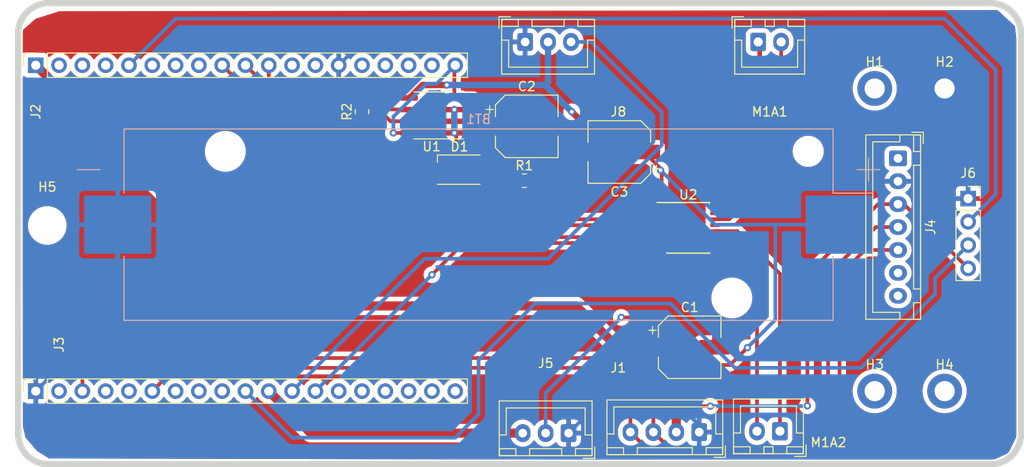
<source format=kicad_pcb>
(kicad_pcb (version 20211123) (generator pcbnew)
  (layers (0 "F.Cu" signal) (31 "B.Cu" signal) (34 "B.Paste" user) (35 "F.Paste" user) (36 "B.SilkS" user "B.Silkscreen") (37 "F.SilkS" user "F.Silkscreen") (38 "B.Mask" user) (39 "F.Mask" user) (44 "Edge.Cuts" user))
  (net 0 "")
  (net 1 "/VDD33")
  (net 2 "/EN")
  (net 3 "/SENSOR_VP")
  (net 4 "/HSPI_SCK")
  (net 5 "/HSPI_MISO")
  (net 6 "/HSPI_MOSI")
  (net 7 "/SD2")
  (net 8 "/SD3")
  (net 9 "/CMD")
  (net 10 "/EXT_5V")
  (net 11 "/IO23")
  (net 12 "/IO22")
  (net 13 "/TXD0")
  (net 14 "/RXD0")
  (net 15 "/IO21")
  (net 16 "/IO19")
  (net 17 "/IO5")
  (net 18 "/IO17")
  (net 19 "/IO0")
  (net 20 "/IO2")
  (net 21 "/SD1")
  (net 22 "/SD0")
  (net 23 "/CLK")
  (net 24 "/V_BAT")
  (net 25 "Net-(M1A1-Pin_1)")
  (net 26 "Net-(M1A1-Pin_2)")
  (net 27 "Earth")
  (net 35 "/VI")
  (net 36 "/COL_INT")
  (net 37 "/LED")
  (net 38 "/HSPI_CS")
  (net 39 "/IO34")
  (net 40 "/IO25")
  (net 44 "/IO26")
  (net 45 "/IO27")
  (net 46 "/IO16")
  (net 47 "/IO4")
  (net 48 "Net-(M1A2-Pin_2)")
  (net 49 "Net-(U1-GND)")
  (net 50 "Net-(D1-K)")
  (net 51 "Net-(U1-PROG)")
  (net 52 "Net-(U1-_CHRG)")
  (net 53 "Net-(M1A2-Pin_1)")
  (net 55 "/IO18")
  (footprint "MountingHole:MountingHole_2.2mm_M2_DIN965_Pad_TopBottom" (layer "F.Cu") (at 190.5 116.84)
    (fp_text reference "H4" (at 0 -2.9) (layer "F.SilkS"))
    (fp_text value "MountingHole")
    (pad "1" thru_hole circle (at 0 0) (size 2.6 2.6) (drill 2.2) (layers *.Cu *.Mask))
    (pad "1" connect circle (at 0 0) (size 3.8 3.8) (layers "B.Cu" "B.Mask"))
    (pad "1" connect circle (at 0 0) (size 3.8 3.8) (layers "F.Cu" "F.Mask"))
  )
  (footprint "Resistor_SMD:R_0805_2012Metric" (layer "F.Cu") (at 127 86.36 90)
    (fp_text reference "R2" (at 0 -1.65 90) (layer "F.SilkS"))
    (fp_text value "1k")
    (pad "1" smd roundrect (at -0.9125 0 90) (size 1.025 1.4) (layers "F.Cu" "F.Paste" "F.Mask") (roundrect_rratio 0.243902) (net 50 "Net-(D1-K)"))
    (pad "2" smd roundrect (at 0.9125 0 90) (size 1.025 1.4) (layers "F.Cu" "F.Paste" "F.Mask") (roundrect_rratio 0.243902) (net 52 "Net-(U1-_CHRG)"))
  )
  (footprint "MountingHole:MountingHole_2.2mm_M2_DIN965_Pad_TopBottom" (layer "F.Cu") (at 190.5 83.82)
    (fp_text reference "H2" (at 0 -2.9) (layer "F.SilkS"))
    (fp_text value "MountingHole")
    (pad "1" thru_hole circle (at 0 0) (size 2.6 2.6) (drill 2.2) (layers *.Cu *.Mask))
    (pad "1" connect circle (at 0 0) (size 3.8 3.8) (layers "B.Cu" "B.Mask"))
    (pad "1" connect circle (at 0 0) (size 3.8 3.8) (layers "F.Cu" "F.Mask"))
  )
  (footprint "Resistor_SMD:R_0805_2012Metric" (layer "F.Cu") (at 144.691493 93.880122)
    (fp_text reference "R1" (at 0 -1.65) (layer "F.SilkS"))
    (fp_text value "R")
    (pad "1" smd roundrect (at -0.9125 0) (size 1.025 1.4) (layers "F.Cu" "F.Paste" "F.Mask") (roundrect_rratio 0.243902) (net 51 "Net-(U1-PROG)"))
    (pad "2" smd roundrect (at 0.9125 0) (size 1.025 1.4) (layers "F.Cu" "F.Paste" "F.Mask") (roundrect_rratio 0.243902) (net 49 "Net-(U1-GND)"))
  )
  (footprint "Capacitor_SMD:CP_Elec_6.3x3" (layer "F.Cu") (at 155.044084 90.749498 180)
    (fp_text reference "C3" (at 0 -4.35) (layer "F.SilkS"))
    (fp_text value "10µF 16V")
    (pad "1" smd roundrect (at -2.7 0 180) (size 3.5 1.6) (layers "F.Cu" "F.Paste" "F.Mask") (roundrect_rratio 0.15625) (net 24 "/V_BAT"))
    (pad "2" smd roundrect (at 2.7 0 180) (size 3.5 1.6) (layers "F.Cu" "F.Paste" "F.Mask") (roundrect_rratio 0.15625) (net 49 "Net-(U1-GND)"))
  )
  (footprint "Package_SO:SOIC-8-1EP_3.9x4.9mm_P1.27mm_EP2.41x3.81mm" (layer "F.Cu") (at 134.587364 86.757539 180)
    (fp_text reference "U1" (at 0 -3.4) (layer "F.SilkS"))
    (fp_text value "TC4056A")
    (pad "1" smd roundrect (at -2.475 -1.905 180) (size 1.95 0.6) (layers "F.Cu" "F.Paste" "F.Mask") (net 49 "Net-(U1-GND)"))
    (pad "2" smd roundrect (at -2.475 -0.635 180) (size 1.95 0.6) (layers "F.Cu" "F.Paste" "F.Mask") (net 51 "Net-(U1-PROG)"))
    (pad "3" smd roundrect (at -2.475 0.635 180) (size 1.95 0.6) (layers "F.Cu" "F.Paste" "F.Mask") (net 49 "Net-(U1-GND)"))
    (pad "4" smd roundrect (at -2.475 1.905 180) (size 1.95 0.6) (layers "F.Cu" "F.Paste" "F.Mask") (net 10 "/EXT_5V"))
    (pad "5" smd roundrect (at 2.475 1.905 180) (size 1.95 0.6) (layers "F.Cu" "F.Paste" "F.Mask") (net 24 "/V_BAT"))
    (pad "6" smd roundrect (at 2.475 0.635 180) (size 1.95 0.6) (layers "F.Cu" "F.Paste" "F.Mask") (net 49 "Net-(U1-GND)"))
    (pad "7" smd roundrect (at 2.475 -0.635 180) (size 1.95 0.6) (layers "F.Cu" "F.Paste" "F.Mask") (net 52 "Net-(U1-_CHRG)"))
    (pad "8" smd roundrect (at 2.475 -1.905 180) (size 1.95 0.6) (layers "F.Cu" "F.Paste" "F.Mask") (net 10 "/EXT_5V"))
    (pad "9" smd rect (at 0 0 180) (size 2.41 3.81) (layers "F.Cu" "F.Mask"))
  )
  (footprint "Package_SO:SSOP-16_4.4x5.2mm_P0.65mm" (layer "F.Cu") (at 162.56 99.06)
    (fp_text reference "U2" (at 0 -3.65) (layer "F.SilkS"))
    (fp_text value "LB1973JA")
    (pad "1" smd rect (at -2.9 -2.275) (size 1 0.4) (layers "F.Cu" "F.Paste" "F.Mask") (net 24 "/V_BAT"))
    (pad "2" smd rect (at -2.9 -1.625) (size 1 0.4) (layers "F.Cu" "F.Paste" "F.Mask"))
    (pad "3" smd rect (at -2.9 -0.975) (size 1 0.4) (layers "F.Cu" "F.Paste" "F.Mask") (net 45 "/IO27"))
    (pad "4" smd rect (at -2.9 -0.325) (size 1 0.4) (layers "F.Cu" "F.Paste" "F.Mask") (net 44 "/IO26"))
    (pad "5" smd rect (at -2.9 0.325) (size 1 0.4) (layers "F.Cu" "F.Paste" "F.Mask"))
    (pad "6" smd rect (at -2.9 0.975) (size 1 0.4) (layers "F.Cu" "F.Paste" "F.Mask") (net 40 "/IO25"))
    (pad "7" smd rect (at -2.9 1.625) (size 1 0.4) (layers "F.Cu" "F.Paste" "F.Mask") (net 47 "/IO4"))
    (pad "8" smd rect (at -2.9 2.275) (size 1 0.4) (layers "F.Cu" "F.Paste" "F.Mask"))
    (pad "9" smd rect (at 2.9 2.275) (size 1 0.4) (layers "F.Cu" "F.Paste" "F.Mask") (net 27 "Earth"))
    (pad "10" smd rect (at 2.9 1.625) (size 1 0.4) (layers "F.Cu" "F.Paste" "F.Mask"))
    (pad "11" smd rect (at 2.9 0.975) (size 1 0.4) (layers "F.Cu" "F.Paste" "F.Mask") (net 48 "Net-(M1A2-Pin_2)"))
    (pad "12" smd rect (at 2.9 0.325) (size 1 0.4) (layers "F.Cu" "F.Paste" "F.Mask") (net 53 "Net-(M1A2-Pin_1)"))
    (pad "13" smd rect (at 2.9 -0.325) (size 1 0.4) (layers "F.Cu" "F.Paste" "F.Mask"))
    (pad "14" smd rect (at 2.9 -0.975) (size 1 0.4) (layers "F.Cu" "F.Paste" "F.Mask") (net 26 "Net-(M1A1-Pin_2)"))
    (pad "15" smd rect (at 2.9 -1.625) (size 1 0.4) (layers "F.Cu" "F.Paste" "F.Mask") (net 25 "Net-(M1A1-Pin_1)"))
    (pad "16" smd rect (at 2.9 -2.275) (size 1 0.4) (layers "F.Cu" "F.Paste" "F.Mask"))
  )
  (footprint "Connector_JST:JST_XH_B4B-XH-A_1x04_P2.50mm_Vertical" (layer "F.Cu") (at 163.752618 121.309789 180)
    (fp_text reference "J1" (at 8.812618 7.009789) (layer "F.SilkS"))
    (fp_text value "Conn_01x04_Male")
    (pad "1" thru_hole roundrect (at 0 0 180) (size 1.7 1.95) (drill 0.95) (layers *.Cu *.Mask) (roundrect_rratio 0.147059) (net 27 "Earth"))
    (pad "2" thru_hole oval (at 2.5 0 180) (size 1.7 1.95) (drill 0.95) (layers *.Cu *.Mask) (net 1 "/VDD33"))
    (pad "3" thru_hole oval (at 5 0 180) (size 1.7 1.95) (drill 0.95) (layers *.Cu *.Mask) (net 12 "/IO22"))
    (pad "4" thru_hole oval (at 7.5 0 180) (size 1.7 1.95) (drill 0.95) (layers *.Cu *.Mask) (net 15 "/IO21"))
  )
  (footprint "Connector_JST:JST_XH_B3B-XH-A_1x03_P2.50mm_Vertical" (layer "F.Cu") (at 144.78 78.74)
    (fp_text reference "J8" (at 10.16 7.62) (layer "F.SilkS"))
    (fp_text value "Conn_01x03_Male")
    (pad "1" thru_hole roundrect (at 0 0) (size 1.7 1.95) (drill 0.95) (layers *.Cu *.Mask) (roundrect_rratio 0.147059) (net 27 "Earth"))
    (pad "2" thru_hole oval (at 2.5 0) (size 1.7 1.95) (drill 0.95) (layers *.Cu *.Mask) (net 24 "/V_BAT"))
    (pad "3" thru_hole oval (at 5 0) (size 1.7 1.95) (drill 0.95) (layers *.Cu *.Mask) (net 46 "/IO16"))
  )
  (footprint "Connector_PinSocket_2.54mm:PinSocket_1x19_P2.54mm_Vertical" (layer "F.Cu") (at 91.44 81.28 90)
    (fp_text reference "J2" (at -5.08 0 90) (layer "F.SilkS"))
    (fp_text value "Conn_01x19_Male")
    (pad "1" thru_hole rect (at 0 0 90) (size 1.7 1.7) (drill 1) (layers *.Cu *.Mask) (net 1 "/VDD33"))
    (pad "2" thru_hole oval (at 0 2.54 90) (size 1.7 1.7) (drill 1) (layers *.Cu *.Mask) (net 2 "/EN"))
    (pad "3" thru_hole oval (at 0 5.08 90) (size 1.7 1.7) (drill 1) (layers *.Cu *.Mask) (net 3 "/SENSOR_VP"))
    (pad "4" thru_hole oval (at 0 7.62 90) (size 1.7 1.7) (drill 1) (layers *.Cu *.Mask))
    (pad "5" thru_hole oval (at 0 10.16 90) (size 1.7 1.7) (drill 1) (layers *.Cu *.Mask) (net 39 "/IO34"))
    (pad "6" thru_hole oval (at 0 12.7 90) (size 1.7 1.7) (drill 1) (layers *.Cu *.Mask))
    (pad "7" thru_hole oval (at 0 15.24 90) (size 1.7 1.7) (drill 1) (layers *.Cu *.Mask))
    (pad "8" thru_hole oval (at 0 17.78 90) (size 1.7 1.7) (drill 1) (layers *.Cu *.Mask))
    (pad "9" thru_hole oval (at 0 20.32 90) (size 1.7 1.7) (drill 1) (layers *.Cu *.Mask) (net 40 "/IO25"))
    (pad "10" thru_hole oval (at 0 22.86 90) (size 1.7 1.7) (drill 1) (layers *.Cu *.Mask) (net 44 "/IO26"))
    (pad "11" thru_hole oval (at 0 25.4 90) (size 1.7 1.7) (drill 1) (layers *.Cu *.Mask) (net 45 "/IO27"))
    (pad "12" thru_hole oval (at 0 27.94 90) (size 1.7 1.7) (drill 1) (layers *.Cu *.Mask) (net 4 "/HSPI_SCK"))
    (pad "13" thru_hole oval (at 0 30.48 90) (size 1.7 1.7) (drill 1) (layers *.Cu *.Mask) (net 5 "/HSPI_MISO"))
    (pad "14" thru_hole oval (at 0 33.02 90) (size 1.7 1.7) (drill 1) (layers *.Cu *.Mask) (net 27 "Earth"))
    (pad "15" thru_hole oval (at 0 35.56 90) (size 1.7 1.7) (drill 1) (layers *.Cu *.Mask) (net 6 "/HSPI_MOSI"))
    (pad "16" thru_hole oval (at 0 38.1 90) (size 1.7 1.7) (drill 1) (layers *.Cu *.Mask) (net 7 "/SD2"))
    (pad "17" thru_hole oval (at 0 40.64 90) (size 1.7 1.7) (drill 1) (layers *.Cu *.Mask) (net 8 "/SD3"))
    (pad "18" thru_hole oval (at 0 43.18 90) (size 1.7 1.7) (drill 1) (layers *.Cu *.Mask) (net 9 "/CMD"))
    (pad "19" thru_hole oval (at 0 45.72 90) (size 1.7 1.7) (drill 1) (layers *.Cu *.Mask) (net 10 "/EXT_5V"))
  )
  (footprint "MountingHole:MountingHole_2.2mm_M2_DIN965_Pad_TopBottom" (layer "F.Cu") (at 182.88 83.82)
    (fp_text reference "H1" (at 0 -2.9) (layer "F.SilkS"))
    (fp_text value "MountingHole")
    (pad "1" thru_hole circle (at 0 0) (size 2.6 2.6) (drill 2.2) (layers *.Cu *.Mask))
    (pad "1" connect circle (at 0 0) (size 3.8 3.8) (layers "F.Cu" "F.Mask"))
    (pad "1" connect circle (at 0 0) (size 3.8 3.8) (layers "B.Cu" "B.Mask"))
  )
  (footprint "Connector_JST:JST_XH_B7B-XH-A_1x07_P2.50mm_Vertical" (layer "F.Cu") (at 185.42 91.44 -90)
    (fp_text reference "J4" (at 7.5 -3.55 90) (layer "F.SilkS"))
    (fp_text value "Conn_01x07_Male")
    (pad "1" thru_hole roundrect (at 0 0 270) (size 1.7 1.95) (drill 0.95) (layers *.Cu *.Mask) (roundrect_rratio 0.147059) (net 35 "/VI"))
    (pad "2" thru_hole oval (at 2.5 0 270) (size 1.7 1.95) (drill 0.95) (layers *.Cu *.Mask) (net 27 "Earth"))
    (pad "3" thru_hole oval (at 5 0 270) (size 1.7 1.95) (drill 0.95) (layers *.Cu *.Mask) (net 1 "/VDD33"))
    (pad "4" thru_hole oval (at 7.5 0 270) (size 1.7 1.95) (drill 0.95) (layers *.Cu *.Mask) (net 12 "/IO22"))
    (pad "5" thru_hole oval (at 10 0 270) (size 1.7 1.95) (drill 0.95) (layers *.Cu *.Mask) (net 15 "/IO21"))
    (pad "6" thru_hole oval (at 12.5 0 270) (size 1.7 1.95) (drill 0.95) (layers *.Cu *.Mask) (net 36 "/COL_INT"))
    (pad "7" thru_hole oval (at 15 0 270) (size 1.7 1.95) (drill 0.95) (layers *.Cu *.Mask) (net 37 "/LED"))
  )
  (footprint "Connector_JST:JST_XH_B3B-XH-A_1x03_P2.50mm_Vertical" (layer "F.Cu") (at 149.515735 121.421597 180)
    (fp_text reference "J5" (at 2.5 7.62) (layer "F.SilkS"))
    (fp_text value "Conn_01x03_Male")
    (pad "1" thru_hole roundrect (at 0 0 180) (size 1.7 1.95) (drill 0.95) (layers *.Cu *.Mask) (roundrect_rratio 0.147059) (net 27 "Earth"))
    (pad "2" thru_hole oval (at 2.5 0 180) (size 1.7 1.95) (drill 0.95) (layers *.Cu *.Mask) (net 24 "/V_BAT"))
    (pad "3" thru_hole oval (at 5 0 180) (size 1.7 1.95) (drill 0.95) (layers *.Cu *.Mask) (net 18 "/IO17"))
  )
  (footprint "MountingHole:MountingHole_2.2mm_M2_DIN965_Pad_TopBottom" (layer "F.Cu") (at 182.88 116.84)
    (fp_text reference "H3" (at 0 -2.9) (layer "F.SilkS"))
    (fp_text value "MountingHole")
    (pad "1" thru_hole circle (at 0 0) (size 2.6 2.6) (drill 2.2) (layers *.Cu *.Mask))
    (pad "1" connect circle (at 0 0) (size 3.8 3.8) (layers "B.Cu" "B.Mask"))
    (pad "1" connect circle (at 0 0) (size 3.8 3.8) (layers "F.Cu" "F.Mask"))
  )
  (footprint "Connector_PinSocket_2.54mm:PinSocket_1x19_P2.54mm_Vertical" (layer "F.Cu") (at 91.44 116.84 90)
    (fp_text reference "J3" (at 5.08 2.54 90) (layer "F.SilkS"))
    (fp_text value "Conn_01x19_Male")
    (pad "1" thru_hole rect (at 0 0 90) (size 1.7 1.7) (drill 1) (layers *.Cu *.Mask) (net 27 "Earth"))
    (pad "2" thru_hole oval (at 0 2.54 90) (size 1.7 1.7) (drill 1) (layers *.Cu *.Mask) (net 11 "/IO23"))
    (pad "3" thru_hole oval (at 0 5.08 90) (size 1.7 1.7) (drill 1) (layers *.Cu *.Mask) (net 12 "/IO22"))
    (pad "4" thru_hole oval (at 0 7.62 90) (size 1.7 1.7) (drill 1) (layers *.Cu *.Mask) (net 13 "/TXD0"))
    (pad "5" thru_hole oval (at 0 10.16 90) (size 1.7 1.7) (drill 1) (layers *.Cu *.Mask) (net 14 "/RXD0"))
    (pad "6" thru_hole oval (at 0 12.7 90) (size 1.7 1.7) (drill 1) (layers *.Cu *.Mask) (net 15 "/IO21"))
    (pad "7" thru_hole oval (at 0 15.24 90) (size 1.7 1.7) (drill 1) (layers *.Cu *.Mask))
    (pad "8" thru_hole oval (at 0 17.78 90) (size 1.7 1.7) (drill 1) (layers *.Cu *.Mask) (net 16 "/IO19"))
    (pad "9" thru_hole oval (at 0 20.32 90) (size 1.7 1.7) (drill 1) (layers *.Cu *.Mask) (net 55 "/IO18"))
    (pad "10" thru_hole oval (at 0 22.86 90) (size 1.7 1.7) (drill 1) (layers *.Cu *.Mask) (net 17 "/IO5"))
    (pad "11" thru_hole oval (at 0 25.4 90) (size 1.7 1.7) (drill 1) (layers *.Cu *.Mask) (net 18 "/IO17"))
    (pad "12" thru_hole oval (at 0 27.94 90) (size 1.7 1.7) (drill 1) (layers *.Cu *.Mask) (net 46 "/IO16"))
    (pad "13" thru_hole oval (at 0 30.48 90) (size 1.7 1.7) (drill 1) (layers *.Cu *.Mask) (net 47 "/IO4"))
    (pad "14" thru_hole oval (at 0 33.02 90) (size 1.7 1.7) (drill 1) (layers *.Cu *.Mask) (net 19 "/IO0"))
    (pad "15" thru_hole oval (at 0 35.56 90) (size 1.7 1.7) (drill 1) (layers *.Cu *.Mask) (net 20 "/IO2"))
    (pad "16" thru_hole oval (at 0 38.1 90) (size 1.7 1.7) (drill 1) (layers *.Cu *.Mask) (net 38 "/HSPI_CS"))
    (pad "17" thru_hole oval (at 0 40.64 90) (size 1.7 1.7) (drill 1) (layers *.Cu *.Mask) (net 21 "/SD1"))
    (pad "18" thru_hole oval (at 0 43.18 90) (size 1.7 1.7) (drill 1) (layers *.Cu *.Mask) (net 22 "/SD0"))
    (pad "19" thru_hole oval (at 0 45.72 90) (size 1.7 1.7) (drill 1) (layers *.Cu *.Mask) (net 23 "/CLK"))
  )
  (footprint "Connector_JST:JST_XH_B2B-XH-A_1x02_P2.50mm_Vertical" (layer "F.Cu") (at 172.548805 121.208726 180)
    (fp_text reference "M1A2" (at -5.291935 -1.231257) (layer "F.SilkS"))
    (fp_text value "Conn_01x02_Male")
    (pad "1" thru_hole roundrect (at 0 0 180) (size 1.7 2) (drill 1) (layers *.Cu *.Mask) (roundrect_rratio 0.147059) (net 53 "Net-(M1A2-Pin_1)"))
    (pad "2" thru_hole oval (at 2.5 0 180) (size 1.7 2) (drill 1) (layers *.Cu *.Mask) (net 48 "Net-(M1A2-Pin_2)"))
  )
  (footprint "MountingHole:MountingHole_3.2mm_M3" (layer "F.Cu") (at 92.691907 98.764019)
    (fp_text reference "H5" (at 0 -4.2) (layer "F.SilkS"))
    (fp_text value "MountingHole")
    (pad "" np_thru_hole circle (at 0 0) (size 3.2 3.2) (drill 3.2) (layers *.Cu *.Mask))
  )
  (footprint "LED_SMD:LED_PLCC-2" (layer "F.Cu") (at 137.618603 92.670939)
    (fp_text reference "D1" (at 0 -2.5) (layer "F.SilkS"))
    (fp_text value "LED Osram LS T676 - rot")
    (pad "1" smd rect (at -1.5 0) (size 1.5 2.6) (layers "F.Cu" "F.Paste" "F.Mask") (net 50 "Net-(D1-K)"))
    (pad "2" smd rect (at 1.5 0) (size 1.5 2.6) (layers "F.Cu" "F.Paste" "F.Mask") (net 10 "/EXT_5V"))
  )
  (footprint "Connector_PinSocket_2.54mm:PinSocket_1x04_P2.54mm_Vertical" (layer "F.Cu") (at 193.065 95.826037)
    (fp_text reference "J6" (at 0 -2.77) (layer "F.SilkS"))
    (fp_text value "Conn_01x04_Male")
    (pad "1" thru_hole rect (at 0 0) (size 1.7 1.7) (drill 1) (layers *.Cu *.Mask) (net 27 "Earth"))
    (pad "2" thru_hole oval (at 0 2.54) (size 1.7 1.7) (drill 1) (layers *.Cu *.Mask) (net 39 "/IO34"))
    (pad "3" thru_hole oval (at 0 5.08) (size 1.7 1.7) (drill 1) (layers *.Cu *.Mask) (net 17 "/IO5"))
    (pad "4" thru_hole oval (at 0 7.62) (size 1.7 1.7) (drill 1) (layers *.Cu *.Mask) (net 1 "/VDD33"))
  )
  (footprint "Connector_JST:JST_XH_B2B-XH-A_1x02_P2.50mm_Vertical" (layer "F.Cu") (at 170.18 78.74)
    (fp_text reference "M1A1" (at 1.25 7.62) (layer "F.SilkS"))
    (fp_text value "Conn_01x02_Male")
    (pad "1" thru_hole roundrect (at 0 0) (size 1.7 2) (drill 1) (layers *.Cu *.Mask) (roundrect_rratio 0.147059) (net 25 "Net-(M1A1-Pin_1)"))
    (pad "2" thru_hole oval (at 2.5 0) (size 1.7 2) (drill 1) (layers *.Cu *.Mask) (net 26 "Net-(M1A1-Pin_2)"))
  )
  (footprint "Capacitor_SMD:CP_Elec_6.3x3" (layer "F.Cu") (at 144.956519 87.950158)
    (fp_text reference "C2" (at 0 -4.35) (layer "F.SilkS"))
    (fp_text value "10µF 16V")
    (pad "1" smd roundrect (at -2.7 0) (size 3.5 1.6) (layers "F.Cu" "F.Paste" "F.Mask") (roundrect_rratio 0.15625) (net 10 "/EXT_5V"))
    (pad "2" smd roundrect (at 2.7 0) (size 3.5 1.6) (layers "F.Cu" "F.Paste" "F.Mask") (roundrect_rratio 0.15625) (net 49 "Net-(U1-GND)"))
  )
  (footprint "Capacitor_SMD:CP_Elec_6.3x7.7" (layer "F.Cu") (at 162.712605 112.050833)
    (fp_text reference "C1" (at 0 -4.35) (layer "F.SilkS"))
    (fp_text value "10µF 16V")
    (pad "1" smd roundrect (at -2.7 0) (size 3.5 1.6) (layers "F.Cu" "F.Paste" "F.Mask") (roundrect_rratio 0.15625) (net 24 "/V_BAT"))
    (pad "2" smd roundrect (at 2.7 0) (size 3.5 1.6) (layers "F.Cu" "F.Paste" "F.Mask") (roundrect_rratio 0.15625) (net 27 "Earth"))
  )
  (footprint "Battery:BatteryHolder_Keystone_1042_1x18650" (layer "B.Cu") (at 139.7 98.675581 180)
    (fp_text reference "BT1" (at 0 11.5) (layer "B.SilkS") (effects (justify mirror)))
    (fp_text value "Battery_Cell")
    (pad "" np_thru_hole circle (at -35.93 8 180) (size 2.39 2.39) (drill 2.39) (layers *.Cu *.Mask))
    (pad "" np_thru_hole circle (at -27.6 -8 180) (size 3.45 3.45) (drill 3.45) (layers *.Cu *.Mask))
    (pad "" np_thru_hole circle (at 27.6 8 180) (size 3.45 3.45) (drill 3.45) (layers *.Cu *.Mask))
    (pad "1" smd rect (at -39.33 0 180) (size 7.34 6.35) (layers "B.Cu" "B.Paste" "B.Mask") (net 24 "/V_BAT"))
    (pad "2" smd rect (at 39.33 0 180) (size 7.34 6.35) (layers "B.Cu" "B.Paste" "B.Mask") (net 27 "Earth"))
  )
  (gr_line (start 197.734366 75.379189) (end 197.849343 75.489816) (stroke (width 0.696851)) (layer "Edge.Cuts"))
  (gr_line (start 89.915447 76.259759) (end 89.995164 76.119845) (stroke (width 0.696851)) (layer "Edge.Cuts"))
  (gr_line (start 90.975512 124.243778) (end 90.845712 124.150628) (stroke (width 0.696851)) (layer "Edge.Cuts"))
  (gr_line (start 197.489173 75.174991) (end 197.614239 75.274177) (stroke (width 0.696851)) (layer "Edge.Cuts"))
  (gr_line (start 197.489173 124.150628) (end 197.359373 124.243778) (stroke (width 0.696851)) (layer "Edge.Cuts"))
  (gr_line (start 198.492548 122.921799) (end 198.419436 123.06586) (stroke (width 0.696851)) (layer "Edge.Cuts"))
  (gr_line (start 92.322358 74.549734) (end 92.488044 74.528487) (stroke (width 0.696851)) (layer "Edge.Cuts"))
  (gr_line (start 90.271864 75.72708) (end 90.37592 75.60585) (stroke (width 0.696851)) (layer "Edge.Cuts"))
  (gr_line (start 90.720645 75.274177) (end 90.845712 75.174991) (stroke (width 0.696851)) (layer "Edge.Cuts"))
  (gr_line (start 89.716757 76.703541) (end 89.776035 76.551817) (stroke (width 0.696851)) (layer "Edge.Cuts"))
  (gr_line (start 198.751755 77.178972) (end 198.78087 77.343503) (stroke (width 0.696851)) (layer "Edge.Cuts"))
  (gr_line (start 90.37592 75.60585) (end 90.485541 75.489816) (stroke (width 0.696851)) (layer "Edge.Cuts"))
  (gr_line (start 91.999152 74.616423) (end 92.159325 74.579116) (stroke (width 0.696851)) (layer "Edge.Cuts"))
  (gr_line (start 89.583127 122.146647) (end 89.554013 121.982116) (stroke (width 0.696851)) (layer "Edge.Cuts"))
  (gr_line (start 196.012529 74.549734) (end 196.175562 74.579116) (stroke (width 0.696851)) (layer "Edge.Cuts"))
  (gr_line (start 197.734366 123.94643) (end 197.614239 124.051442) (stroke (width 0.696851)) (layer "Edge.Cuts"))
  (gr_line (start 90.975512 75.081841) (end 91.109836 74.994936) (stroke (width 0.696851)) (layer "Edge.Cuts"))
  (gr_line (start 198.419436 123.06586) (end 198.339719 123.205774) (stroke (width 0.696851)) (layer "Edge.Cuts"))
  (gr_line (start 92.826541 124.814383) (end 92.656174 124.810035) (stroke (width 0.696851)) (layer "Edge.Cuts"))
  (gr_line (start 195.678714 124.810035) (end 195.508347 124.814383) (stroke (width 0.696851)) (layer "Edge.Cuts"))
  (gr_line (start 89.532959 121.814909) (end 89.520174 121.645234) (stroke (width 0.696851)) (layer "Edge.Cuts"))
  (gr_line (start 91.391227 124.484916) (end 91.248477 124.411132) (stroke (width 0.696851)) (layer "Edge.Cuts"))
  (gr_line (start 90.081278 123.341332) (end 89.995164 123.205774) (stroke (width 0.696851)) (layer "Edge.Cuts"))
  (gr_line (start 198.06302 123.59854) (end 197.958964 123.719769) (stroke (width 0.696851)) (layer "Edge.Cuts"))
  (gr_line (start 89.776035 122.773802) (end 89.716757 122.622078) (stroke (width 0.696851)) (layer "Edge.Cuts"))
  (gr_line (start 198.814708 77.680385) (end 198.819016 77.852316) (stroke (width 0.696851)) (layer "Edge.Cuts"))
  (gr_line (start 91.68822 124.611647) (end 91.537877 124.551824) (stroke (width 0.696851)) (layer "Edge.Cuts"))
  (gr_line (start 196.335734 74.616423) (end 196.492838 74.661446) (stroke (width 0.696851)) (layer "Edge.Cuts"))
  (gr_line (start 89.842335 76.40382) (end 89.915447 76.259759) (stroke (width 0.696851)) (layer "Edge.Cuts"))
  (gr_line (start 198.78087 121.982116) (end 198.751755 122.146647) (stroke (width 0.696851)) (layer "Edge.Cuts"))
  (gr_line (start 92.488044 124.797133) (end 92.322358 124.775886) (stroke (width 0.696851)) (layer "Edge.Cuts"))
  (gr_line (start 195.846844 124.797133) (end 195.678714 124.810035) (stroke (width 0.696851)) (layer "Edge.Cuts"))
  (gr_line (start 92.322358 124.775886) (end 92.159325 124.746504) (stroke (width 0.696851)) (layer "Edge.Cuts"))
  (gr_line (start 90.17358 123.472324) (end 90.081278 123.341332) (stroke (width 0.696851)) (layer "Edge.Cuts"))
  (gr_line (start 198.819016 77.852316) (end 198.819016 121.473303) (stroke (width 0.696851)) (layer "Edge.Cuts"))
  (gr_line (start 89.716757 122.622078) (end 89.664708 122.466838) (stroke (width 0.696851)) (layer "Edge.Cuts"))
  (gr_line (start 89.520174 77.680385) (end 89.532959 77.51071) (stroke (width 0.696851)) (layer "Edge.Cuts"))
  (gr_line (start 198.558847 122.773802) (end 198.492548 122.921799) (stroke (width 0.696851)) (layer "Edge.Cuts"))
  (gr_line (start 91.248477 74.914487) (end 91.391227 74.840704) (stroke (width 0.696851)) (layer "Edge.Cuts"))
  (gr_line (start 90.845712 124.150628) (end 90.720645 124.051442) (stroke (width 0.696851)) (layer "Edge.Cuts"))
  (gr_line (start 196.646666 124.611647) (end 196.492838 124.664174) (stroke (width 0.696851)) (layer "Edge.Cuts"))
  (gr_line (start 198.670175 122.466838) (end 198.618126 122.622078) (stroke (width 0.696851)) (layer "Edge.Cuts"))
  (gr_line (start 198.714788 122.308291) (end 198.670175 122.466838) (stroke (width 0.696851)) (layer "Edge.Cuts"))
  (gr_line (start 91.842048 74.661446) (end 91.999152 74.616423) (stroke (width 0.696851)) (layer "Edge.Cuts"))
  (gr_line (start 197.225049 74.994936) (end 197.359373 75.081841) (stroke (width 0.696851)) (layer "Edge.Cuts"))
  (gr_line (start 89.520174 121.645234) (end 89.515866 121.473303) (stroke (width 0.696851)) (layer "Edge.Cuts"))
  (gr_line (start 196.335734 124.709197) (end 196.175562 124.746504) (stroke (width 0.696851)) (layer "Edge.Cuts"))
  (gr_line (start 89.995164 76.119845) (end 90.081278 75.984287) (stroke (width 0.696851)) (layer "Edge.Cuts"))
  (gr_line (start 91.842048 124.664174) (end 91.68822 124.611647) (stroke (width 0.696851)) (layer "Edge.Cuts"))
  (gr_line (start 92.656174 124.810035) (end 92.488044 124.797133) (stroke (width 0.696851)) (layer "Edge.Cuts"))
  (gr_line (start 90.271864 123.59854) (end 90.17358 123.472324) (stroke (width 0.696851)) (layer "Edge.Cuts"))
  (gr_line (start 196.012529 124.775886) (end 195.846844 124.797133) (stroke (width 0.696851)) (layer "Edge.Cuts"))
  (gr_line (start 196.646666 74.713973) (end 196.797008 74.773796) (stroke (width 0.696851)) (layer "Edge.Cuts"))
  (gr_line (start 196.943658 74.840704) (end 197.086408 74.914487) (stroke (width 0.696851)) (layer "Edge.Cuts"))
  (gr_line (start 196.175562 124.746504) (end 196.012529 124.775886) (stroke (width 0.696851)) (layer "Edge.Cuts"))
  (gr_line (start 89.664708 76.858781) (end 89.716757 76.703541) (stroke (width 0.696851)) (layer "Edge.Cuts"))
  (gr_line (start 196.492838 124.664174) (end 196.335734 124.709197) (stroke (width 0.696851)) (layer "Edge.Cuts"))
  (gr_line (start 198.492548 76.40382) (end 198.558847 76.551817) (stroke (width 0.696851)) (layer "Edge.Cuts"))
  (gr_line (start 90.485541 75.489816) (end 90.600518 75.379189) (stroke (width 0.696851)) (layer "Edge.Cuts"))
  (gr_line (start 198.819016 77.852316) (end 198.819016 77.852316) (stroke (width 0.696851)) (layer "Edge.Cuts"))
  (gr_line (start 89.842335 122.921799) (end 89.776035 122.773802) (stroke (width 0.696851)) (layer "Edge.Cuts"))
  (gr_line (start 195.678714 74.515585) (end 195.846844 74.528487) (stroke (width 0.696851)) (layer "Edge.Cuts"))
  (gr_line (start 197.086408 124.411132) (end 196.943658 124.484916) (stroke (width 0.696851)) (layer "Edge.Cuts"))
  (gr_line (start 92.488044 74.528487) (end 92.656174 74.515585) (stroke (width 0.696851)) (layer "Edge.Cuts"))
  (gr_line (start 195.508347 124.814383) (end 195.508347 124.814383) (stroke (width 0.696851)) (layer "Edge.Cuts"))
  (gr_line (start 197.958964 123.719769) (end 197.849343 123.835803) (stroke (width 0.696851)) (layer "Edge.Cuts"))
  (gr_line (start 89.995164 123.205774) (end 89.915447 123.06586) (stroke (width 0.696851)) (layer "Edge.Cuts"))
  (gr_line (start 90.485541 123.835803) (end 90.37592 123.719769) (stroke (width 0.696851)) (layer "Edge.Cuts"))
  (gr_line (start 92.826541 74.511237) (end 92.826541 74.511237) (stroke (width 0.696851)) (layer "Edge.Cuts"))
  (gr_line (start 198.714788 77.017328) (end 198.751755 77.178972) (stroke (width 0.696851)) (layer "Edge.Cuts"))
  (gr_line (start 92.159325 124.746504) (end 91.999152 124.709197) (stroke (width 0.696851)) (layer "Edge.Cuts"))
  (gr_line (start 91.109836 124.330683) (end 90.975512 124.243778) (stroke (width 0.696851)) (layer "Edge.Cuts"))
  (gr_line (start 91.248477 124.411132) (end 91.109836 124.330683) (stroke (width 0.696851)) (layer "Edge.Cuts"))
  (gr_line (start 198.801924 121.814909) (end 198.78087 121.982116) (stroke (width 0.696851)) (layer "Edge.Cuts"))
  (gr_line (start 198.78087 77.343503) (end 198.801924 77.51071) (stroke (width 0.696851)) (layer "Edge.Cuts"))
  (gr_line (start 90.600518 123.94643) (end 90.485541 123.835803) (stroke (width 0.696851)) (layer "Edge.Cuts"))
  (gr_line (start 91.68822 74.713973) (end 91.842048 74.661446) (stroke (width 0.696851)) (layer "Edge.Cuts"))
  (gr_line (start 197.849343 123.835803) (end 197.734366 123.94643) (stroke (width 0.696851)) (layer "Edge.Cuts"))
  (gr_line (start 89.620095 122.308291) (end 89.583127 122.146647) (stroke (width 0.696851)) (layer "Edge.Cuts"))
  (gr_line (start 198.819016 121.473303) (end 198.819016 121.473303) (stroke (width 0.696851)) (layer "Edge.Cuts"))
  (gr_line (start 90.600518 75.379189) (end 90.720645 75.274177) (stroke (width 0.696851)) (layer "Edge.Cuts"))
  (gr_line (start 90.37592 123.719769) (end 90.271864 123.59854) (stroke (width 0.696851)) (layer "Edge.Cuts"))
  (gr_line (start 197.614239 75.274177) (end 197.734366 75.379189) (stroke (width 0.696851)) (layer "Edge.Cuts"))
  (gr_line (start 91.109836 74.994936) (end 91.248477 74.914487) (stroke (width 0.696851)) (layer "Edge.Cuts"))
  (gr_line (start 198.618126 76.703541) (end 198.670175 76.858781) (stroke (width 0.696851)) (layer "Edge.Cuts"))
  (gr_line (start 196.797008 124.551824) (end 196.646666 124.611647) (stroke (width 0.696851)) (layer "Edge.Cuts"))
  (gr_line (start 196.492838 74.661446) (end 196.646666 74.713973) (stroke (width 0.696851)) (layer "Edge.Cuts"))
  (gr_line (start 198.751755 122.146647) (end 198.714788 122.308291) (stroke (width 0.696851)) (layer "Edge.Cuts"))
  (gr_line (start 89.515866 77.852316) (end 89.515866 77.852316) (stroke (width 0.696851)) (layer "Edge.Cuts"))
  (gr_line (start 197.086408 74.914487) (end 197.225049 74.994936) (stroke (width 0.696851)) (layer "Edge.Cuts"))
  (gr_line (start 197.614239 124.051442) (end 197.489173 124.150628) (stroke (width 0.696851)) (layer "Edge.Cuts"))
  (gr_line (start 89.554013 77.343503) (end 89.583127 77.178972) (stroke (width 0.696851)) (layer "Edge.Cuts"))
  (gr_line (start 90.081278 75.984287) (end 90.17358 75.853295) (stroke (width 0.696851)) (layer "Edge.Cuts"))
  (gr_line (start 198.618126 122.622078) (end 198.558847 122.773802) (stroke (width 0.696851)) (layer "Edge.Cuts"))
  (gr_line (start 198.161303 75.853295) (end 198.253606 75.984287) (stroke (width 0.696851)) (layer "Edge.Cuts"))
  (gr_line (start 198.801924 77.51071) (end 198.814708 77.680385) (stroke (width 0.696851)) (layer "Edge.Cuts"))
  (gr_line (start 89.620095 77.017328) (end 89.664708 76.858781) (stroke (width 0.696851)) (layer "Edge.Cuts"))
  (gr_line (start 198.419436 76.259759) (end 198.492548 76.40382) (stroke (width 0.696851)) (layer "Edge.Cuts"))
  (gr_line (start 195.508347 124.814383) (end 92.826541 124.814383) (stroke (width 0.696851)) (layer "Edge.Cuts"))
  (gr_line (start 92.159325 74.579116) (end 92.322358 74.549734) (stroke (width 0.696851)) (layer "Edge.Cuts"))
  (gr_line (start 89.664708 122.466838) (end 89.620095 122.308291) (stroke (width 0.696851)) (layer "Edge.Cuts"))
  (gr_line (start 89.776035 76.551817) (end 89.842335 76.40382) (stroke (width 0.696851)) (layer "Edge.Cuts"))
  (gr_line (start 198.814708 121.645234) (end 198.801924 121.814909) (stroke (width 0.696851)) (layer "Edge.Cuts"))
  (gr_line (start 91.391227 74.840704) (end 91.537877 74.773796) (stroke (width 0.696851)) (layer "Edge.Cuts"))
  (gr_line (start 197.958964 75.60585) (end 198.06302 75.72708) (stroke (width 0.696851)) (layer "Edge.Cuts"))
  (gr_line (start 91.537877 124.551824) (end 91.391227 124.484916) (stroke (width 0.696851)) (layer "Edge.Cuts"))
  (gr_line (start 197.849343 75.489816) (end 197.958964 75.60585) (stroke (width 0.696851)) (layer "Edge.Cuts"))
  (gr_line (start 90.720645 124.051442) (end 90.600518 123.94643) (stroke (width 0.696851)) (layer "Edge.Cuts"))
  (gr_line (start 198.06302 75.72708) (end 198.161303 75.853295) (stroke (width 0.696851)) (layer "Edge.Cuts"))
  (gr_line (start 90.17358 75.853295) (end 90.271864 75.72708) (stroke (width 0.696851)) (layer "Edge.Cuts"))
  (gr_line (start 198.161303 123.472324) (end 198.06302 123.59854) (stroke (width 0.696851)) (layer "Edge.Cuts"))
  (gr_line (start 196.943658 124.484916) (end 196.797008 124.551824) (stroke (width 0.696851)) (layer "Edge.Cuts"))
  (gr_line (start 90.845712 75.174991) (end 90.975512 75.081841) (stroke (width 0.696851)) (layer "Edge.Cuts"))
  (gr_line (start 89.515866 121.473303) (end 89.515866 121.473303) (stroke (width 0.696851)) (layer "Edge.Cuts"))
  (gr_line (start 92.656174 74.515585) (end 92.826541 74.511237) (stroke (width 0.696851)) (layer "Edge.Cuts"))
  (gr_line (start 89.515866 121.473303) (end 89.515866 77.852316) (stroke (width 0.696851)) (layer "Edge.Cuts"))
  (gr_line (start 198.819016 121.473303) (end 198.814708 121.645234) (stroke (width 0.696851)) (layer "Edge.Cuts"))
  (gr_line (start 92.826541 74.511237) (end 195.508347 74.511237) (stroke (width 0.696851)) (layer "Edge.Cuts"))
  (gr_line (start 197.359373 75.081841) (end 197.489173 75.174991) (stroke (width 0.696851)) (layer "Edge.Cuts"))
  (gr_line (start 197.359373 124.243778) (end 197.225049 124.330683) (stroke (width 0.696851)) (layer "Edge.Cuts"))
  (gr_line (start 89.515866 77.852316) (end 89.520174 77.680385) (stroke (width 0.696851)) (layer "Edge.Cuts"))
  (gr_line (start 195.508347 74.511237) (end 195.508347 74.511237) (stroke (width 0.696851)) (layer "Edge.Cuts"))
  (gr_line (start 198.253606 75.984287) (end 198.339719 76.119845) (stroke (width 0.696851)) (layer "Edge.Cuts"))
  (gr_line (start 89.915447 123.06586) (end 89.842335 122.921799) (stroke (width 0.696851)) (layer "Edge.Cuts"))
  (gr_line (start 89.554013 121.982116) (end 89.532959 121.814909) (stroke (width 0.696851)) (layer "Edge.Cuts"))
  (gr_line (start 196.797008 74.773796) (end 196.943658 74.840704) (stroke (width 0.696851)) (layer "Edge.Cuts"))
  (gr_line (start 91.999152 124.709197) (end 91.842048 124.664174) (stroke (width 0.696851)) (layer "Edge.Cuts"))
  (gr_line (start 92.826541 124.814383) (end 92.826541 124.814383) (stroke (width 0.696851)) (layer "Edge.Cuts"))
  (gr_line (start 89.532959 77.51071) (end 89.554013 77.343503) (stroke (width 0.696851)) (layer "Edge.Cuts"))
  (gr_line (start 89.583127 77.178972) (end 89.620095 77.017328) (stroke (width 0.696851)) (layer "Edge.Cuts"))
  (gr_line (start 198.558847 76.551817) (end 198.618126 76.703541) (stroke (width 0.696851)) (layer "Edge.Cuts"))
  (gr_line (start 197.225049 124.330683) (end 197.086408 124.411132) (stroke (width 0.696851)) (layer "Edge.Cuts"))
  (gr_line (start 198.339719 123.205774) (end 198.253606 123.341332) (stroke (width 0.696851)) (layer "Edge.Cuts"))
  (gr_line (start 195.508347 74.511237) (end 195.678714 74.515585) (stroke (width 0.696851)) (layer "Edge.Cuts"))
  (gr_line (start 195.846844 74.528487) (end 196.012529 74.549734) (stroke (width 0.696851)) (layer "Edge.Cuts"))
  (gr_line (start 198.339719 76.119845) (end 198.419436 76.259759) (stroke (width 0.696851)) (layer "Edge.Cuts"))
  (gr_line (start 196.175562 74.579116) (end 196.335734 74.616423) (stroke (width 0.696851)) (layer "Edge.Cuts"))
  (gr_line (start 92.826541 74.511237) (end 92.826541 74.511237) (stroke (width 0.696851)) (layer "Edge.Cuts"))
  (gr_line (start 198.253606 123.341332) (end 198.161303 123.472324) (stroke (width 0.696851)) (layer "Edge.Cuts"))
  (gr_line (start 91.537877 74.773796) (end 91.68822 74.713973) (stroke (width 0.696851)) (layer "Edge.Cuts"))
  (gr_line (start 198.670175 76.858781) (end 198.714788 77.017328) (stroke (width 0.696851)) (layer "Edge.Cuts"))
  (segment (start 164.92966 118.47627) (end 161.252618 118.47627) (width 0.4) (layer "F.Cu") (net 1))
  (segment (start 150.316697 107.540349) (end 161.252618 118.47627) (width 1) (layer "F.Cu") (net 1))
  (segment (start 175.53923 104.14) (end 175.53923 118.437944) (width 0.4) (layer "F.Cu") (net 1))
  (segment (start 117.700349 107.540349) (end 150.316697 107.540349) (width 1) (layer "F.Cu") (net 1))
  (segment (start 183.23923 96.44) (end 175.53923 104.14) (width 0.4) (layer "F.Cu") (net 1))
  (segment (start 186.138963 96.52) (end 193.065 103.446037) (width 0.4) (layer "F.Cu") (net 1))
  (segment (start 91.44 81.28) (end 117.700349 107.540349) (width 1) (layer "F.Cu") (net 1))
  (segment (start 185.42 96.44) (end 183.23923 96.44) (width 0.4) (layer "F.Cu") (net 1))
  (segment (start 161.252618 118.47627) (end 161.252618 121.309789) (width 1) (layer "F.Cu") (net 1))
  (via (at 164.959217 118.472028) (size 0.8) (drill 0.4) (layers "F.Cu" "B.Cu") (net 1))
  (via (at 175.53923 118.437944) (size 0.8) (drill 0.4) (layers "F.Cu" "B.Cu") (net 1))
  (segment (start 175.53923 118.437944) (end 175.505146 118.472028) (width 0.4) (layer "B.Cu") (net 1))
  (segment (start 175.505146 118.472028) (end 164.959217 118.472028) (width 0.4) (layer "B.Cu") (net 1))
  (segment (start 139.1589 84.852539) (end 137.062364 84.852539) (width 0.4) (layer "F.Cu") (net 10))
  (segment (start 139.118603 92.670939) (end 139.118603 91.088074) (width 0.4) (layer "F.Cu") (net 10))
  (segment (start 139.118603 91.088074) (end 142.256519 87.950158) (width 0.4) (layer "F.Cu") (net 10))
  (segment (start 132.112364 88.662539) (end 130.421324 88.662539) (width 0.4) (layer "F.Cu") (net 10))
  (segment (start 142.256519 87.950158) (end 139.1589 84.852539) (width 0.4) (layer "F.Cu") (net 10))
  (segment (start 137.062364 81.377636) (end 137.16 81.28) (width 0.4) (layer "F.Cu") (net 10))
  (segment (start 130.421324 88.662539) (end 130.419443 88.660658) (width 0.4) (layer "F.Cu") (net 10))
  (segment (start 137.062364 84.852539) (end 137.062364 81.377636) (width 0.4) (layer "F.Cu") (net 10))
  (via (at 130.419443 88.660658) (size 0.8) (drill 0.4) (layers "F.Cu" "B.Cu") (net 10))
  (segment (start 135.137921 83.302079) (end 134.007241 83.302079) (width 0.4) (layer "B.Cu") (net 10))
  (segment (start 130.419443 86.889877) (end 130.419443 88.660658) (width 0.4) (layer "B.Cu") (net 10))
  (segment (start 137.16 81.28) (end 135.137921 83.302079) (width 0.4) (layer "B.Cu") (net 10))
  (segment (start 134.007241 83.302079) (end 130.419443 86.889877) (width 0.4) (layer "B.Cu") (net 10))
  (segment (start 173.958622 123.221378) (end 160.612624 123.221378) (width 0.4) (layer "F.Cu") (net 12))
  (segment (start 160.127138 122.735892) (end 160.127138 122.684309) (width 0.4) (layer "F.Cu") (net 12))
  (segment (start 160.127138 122.684309) (end 158.752618 121.309789) (width 0.4) (layer "F.Cu") (net 12))
  (segment (start 158.752618 119.040571) (end 152.942607 113.23056) (width 0.4) (layer "F.Cu") (net 12))
  (segment (start 177.8 104.14) (end 177.8 119.38) (width 0.4) (layer "F.Cu") (net 12))
  (segment (start 160.612624 123.221378) (end 160.127138 122.735892) (width 0.4) (layer "F.Cu") (net 12))
  (segment (start 96.52 115.165409) (end 96.52 116.84) (width 0.4) (layer "F.Cu") (net 12))
  (segment (start 177.8 119.38) (end 173.958622 123.221378) (width 0.4) (layer "F.Cu") (net 12))
  (segment (start 183 98.94) (end 177.8 104.14) (width 0.4) (layer "F.Cu") (net 12))
  (segment (start 98.454849 113.23056) (end 96.52 115.165409) (width 0.4) (layer "F.Cu") (net 12))
  (segment (start 152.942607 113.23056) (end 98.454849 113.23056) (width 0.4) (layer "F.Cu") (net 12))
  (segment (start 158.752618 121.309789) (end 158.752618 119.040571) (width 0.4) (layer "F.Cu") (net 12))
  (segment (start 185.42 98.94) (end 183 98.94) (width 0.4) (layer "F.Cu") (net 12))
  (segment (start 179.043991 119.431135) (end 179.043991 104.263209) (width 0.4) (layer "F.Cu") (net 15))
  (segment (start 174.474492 124.000634) (end 179.043991 119.431135) (width 0.4) (layer "F.Cu") (net 15))
  (segment (start 181.817386 101.44) (end 185.42 101.44) (width 0.4) (layer "F.Cu") (net 15))
  (segment (start 152.4 114.3) (end 106.68 114.3) (width 0.4) (layer "F.Cu") (net 15))
  (segment (start 179.043991 104.263209) (end 179.019084 104.238302) (width 0.4) (layer "F.Cu") (net 15))
  (segment (start 106.68 114.3) (end 104.14 116.84) (width 0.4) (layer "F.Cu") (net 15))
  (segment (start 156.252618 118.152618) (end 152.4 114.3) (width 0.4) (layer "F.Cu") (net 15))
  (segment (start 156.252618 121.309789) (end 156.252618 118.152618) (width 0.4) (layer "F.Cu") (net 15))
  (segment (start 185.42 101.6) (end 185.42 101.44) (width 0.7) (layer "F.Cu") (net 15))
  (segment (start 156.252618 121.309789) (end 158.313802 123.370973) (width 0.4) (layer "F.Cu") (net 15))
  (segment (start 158.313802 123.370973) (end 158.34096 123.370973) (width 0.4) (layer "F.Cu") (net 15))
  (segment (start 158.970621 124.000634) (end 174.474492 124.000634) (width 0.4) (layer "F.Cu") (net 15))
  (segment (start 179.019084 104.238302) (end 181.817386 101.44) (width 0.4) (layer "F.Cu") (net 15))
  (segment (start 158.34096 123.370973) (end 158.970621 124.000634) (width 0.4) (layer "F.Cu") (net 15))
  (segment (start 189.452598 104.518439) (end 193.065 100.906037) (width 0.4) (layer "B.Cu") (net 17))
  (segment (start 145.872631 107.27952) (end 160.61952 107.27952) (width 0.4) (layer "B.Cu") (net 17))
  (segment (start 189.452598 106.257383) (end 189.452598 104.518439) (width 0.4) (layer "B.Cu") (net 17))
  (segment (start 181.409981 114.3) (end 189.452598 106.257383) (width 0.4) (layer "B.Cu") (net 17))
  (segment (start 167.64 114.3) (end 181.409981 114.3) (width 0.4) (layer "B.Cu") (net 17))
  (segment (start 119.38 121.92) (end 137.16 121.92) (width 0.4) (layer "B.Cu") (net 17))
  (segment (start 114.3 116.84) (end 119.38 121.92) (width 0.4) (layer "B.Cu") (net 17))
  (segment (start 137.16 121.92) (end 139.7 119.38) (width 0.4) (layer "B.Cu") (net 17))
  (segment (start 139.7 113.452151) (end 145.872631 107.27952) (width 0.4) (layer "B.Cu") (net 17))
  (segment (start 139.7 119.38) (end 139.7 113.452151) (width 0.4) (layer "B.Cu") (net 17))
  (segment (start 160.61952 107.27952) (end 167.64 114.3) (width 0.4) (layer "B.Cu") (net 17))
  (segment (start 116.84 116.84) (end 121.421597 121.421597) (width 1) (layer "F.Cu") (net 18))
  (segment (start 121.421597 121.421597) (end 144.515735 121.421597) (width 1) (layer "F.Cu") (net 18))
  (segment (start 156.665492 90.749498) (end 153.095763 87.179769) (width 0.7) (layer "F.Cu") (net 24))
  (segment (start 168.288105 112.80101) (end 168.295727 112.80101) (width 0.4) (layer "F.Cu") (net 24))
  (segment (start 157.744084 90.749498) (end 156.628078 90.749498) (width 0.7) (layer "F.Cu") (net 24))
  (segment (start 159.66 92.665414) (end 159.66 96.785) (width 0.4) (layer "F.Cu") (net 24))
  (segment (start 160.012605 112.050833) (end 156.759205 108.797433) (width 0.4) (layer "F.Cu") (net 24))
  (segment (start 162.253629 113.993629) (end 167.095486 113.993629) (width 0.4) (layer "F.Cu") (net 24))
  (segment (start 132.182942 84.852539) (end 133.597689 83.437792) (width 0.7) (layer "F.Cu") (net 24))
  (segment (start 157.744084 90.749498) (end 156.665492 90.749498) (width 0.7) (layer "F.Cu") (net 24))
  (segment (start 156.759205 108.797433) (end 155.253313 108.797433) (width 0.4) (layer "F.Cu") (net 24))
  (segment (start 153.095763 87.179769) (end 150.679769 87.179769) (width 0.7) (layer "F.Cu") (net 24))
  (segment (start 168.295727 112.80101) (end 169.003696 112.093041) (width 0.4) (layer "F.Cu") (net 24))
  (segment (start 157.744084 90.749498) (end 159.66 92.665414) (width 0.4) (layer "F.Cu") (net 24))
  (segment (start 132.112364 84.852539) (end 132.182942 84.852539) (width 0.7) (layer "F.Cu") (net 24))
  (segment (start 167.095486 113.993629) (end 168.288105 112.80101) (width 0.4) (layer "F.Cu") (net 24))
  (segment (start 133.597689 83.437792) (end 136.241591 83.437792) (width 0.7) (layer "F.Cu") (net 24))
  (segment (start 150.679769 87.179769) (end 149.86 86.36) (width 0.7) (layer "F.Cu") (net 24))
  (segment (start 160.02 111.76) (end 162.253629 113.993629) (width 0.4) (layer "F.Cu") (net 24))
  (via (at 169.003696 112.093041) (size 0.8) (drill 0.4) (layers "F.Cu" "B.Cu") (net 24))
  (via (at 155.253313 108.797433) (size 0.8) (drill 0.4) (layers "F.Cu" "B.Cu") (net 24))
  (via (at 149.86 86.36) (size 0.8) (drill 0.4) (layers "F.Cu" "B.Cu") (net 24))
  (via (at 159.532968 92.732003) (size 0.8) (drill 0.4) (layers "F.Cu" "B.Cu") (net 24))
  (via (at 136.241591 83.437792) (size 0.8) (drill 0.4) (layers "F.Cu" "B.Cu") (net 24))
  (segment (start 179.03 98.675581) (end 172.048264 98.675581) (width 0.4) (layer "B.Cu") (net 24))
  (segment (start 159.532968 92.732003) (end 165.476546 98.675581) (width 0.4) (layer "B.Cu") (net 24))
  (segment (start 147.015735 117.035011) (end 155.253313 108.797433) (width 0.4) (layer "B.Cu") (net 24))
  (segment (start 172.048264 98.675581) (end 172.048264 109.048473) (width 0.4) (layer "B.Cu") (net 24))
  (segment (start 147.015735 121.421597) (end 147.015735 117.035011) (width 0.4) (layer "B.Cu") (net 24))
  (segment (start 172.048264 109.048473) (end 169.003696 112.093041) (width 0.4) (layer "B.Cu") (net 24))
  (segment (start 146.937792 83.437792) (end 149.86 86.36) (width 0.7) (layer "B.Cu") (net 24))
  (segment (start 147.28 83.095584) (end 147.28 78.74) (width 0.7) (layer "B.Cu") (net 24))
  (segment (start 165.476546 98.675581) (end 172.048264 98.675581) (width 0.4) (layer "B.Cu") (net 24))
  (segment (start 146.937792 83.437792) (end 147.28 83.095584) (width 0.7) (layer "B.Cu") (net 24))
  (segment (start 146.937792 83.437792) (end 136.241591 83.437792) (width 0.7) (layer "B.Cu") (net 24))
  (segment (start 170.342785 78.902785) (end 170.342785 93.817215) (width 0.5) (layer "F.Cu") (net 25))
  (segment (start 165.46 97.435) (end 166.831121 97.435) (width 0.4) (layer "F.Cu") (net 25))
  (segment (start 166.831121 97.435) (end 170.342785 93.923336) (width 0.4) (layer "F.Cu") (net 25))
  (segment (start 170.18 78.74) (end 170.342785 78.902785) (width 0.5) (layer "F.Cu") (net 25))
  (segment (start 167.028971 98.085) (end 172.675993 92.437978) (width 0.4) (layer "F.Cu") (net 26))
  (segment (start 172.675993 92.191072) (end 172.68 92.187065) (width 0.4) (layer "F.Cu") (net 26))
  (segment (start 172.68 92.187065) (end 172.68 78.74) (width 0.4) (layer "F.Cu") (net 26))
  (segment (start 165.46 98.085) (end 167.028971 98.085) (width 0.4) (layer "F.Cu") (net 26))
  (segment (start 172.675993 92.437978) (end 172.675993 92.191072) (width 0.4) (layer "F.Cu") (net 26))
  (segment (start 165.46 111.72) (end 165.42 111.76) (width 0.4) (layer "F.Cu") (net 27))
  (segment (start 149.515735 121.421597) (end 151.557332 119.38) (width 0.4) (layer "B.Cu") (net 27))
  (segment (start 127 78.74) (end 144.78 78.74) (width 0.4) (layer "B.Cu") (net 27))
  (segment (start 124.46 81.28) (end 127 78.74) (width 0.4) (layer "B.Cu") (net 27))
  (segment (start 124.46 83.82) (end 124.46 81.28) (width 0.4) (layer "B.Cu") (net 27))
  (segment (start 163.752618 120.572618) (end 163.752618 121.309789) (width 0.4) (layer "B.Cu") (net 27))
  (segment (start 151.557332 119.38) (end 162.56 119.38) (width 0.4) (layer "B.Cu") (net 27))
  (segment (start 162.56 119.38) (end 163.752618 120.572618) (width 0.4) (layer "B.Cu") (net 27))
  (segment (start 91.44 116.84) (end 124.46 83.82) (width 0.4) (layer "B.Cu") (net 27))
  (segment (start 196.075479 81.775479) (end 196.075479 95.355558) (width 0.4) (layer "B.Cu") (net 39))
  (segment (start 196.075479 81.775479) (end 190.5 76.2) (width 0.4) (layer "B.Cu") (net 39))
  (segment (start 106.68 76.2) (end 101.6 81.28) (width 0.4) (layer "B.Cu") (net 39))
  (segment (start 190.5 76.2) (end 106.68 76.2) (width 0.4) (layer "B.Cu") (net 39))
  (segment (start 196.075479 95.355558) (end 193.065 98.366037) (width 0.4) (layer "B.Cu") (net 39))
  (segment (start 111.76 81.28) (end 130.515 100.035) (width 0.4) (layer "F.Cu") (net 40))
  (segment (start 130.515 100.035) (end 159.66 100.035) (width 0.4) (layer "F.Cu") (net 40))
  (segment (start 131.755 98.735) (end 114.3 81.28) (width 0.4) (layer "F.Cu") (net 44))
  (segment (start 159.66 98.735) (end 131.755 98.735) (width 0.4) (layer "F.Cu") (net 44))
  (segment (start 133.645 98.085) (end 133.640793 98.080793) (width 0.4) (layer "F.Cu") (net 45))
  (segment (start 133.640793 98.080793) (end 132.146416 98.080793) (width 0.4) (layer "F.Cu") (net 45))
  (segment (start 116.84 82.774377) (end 116.84 81.28) (width 0.4) (layer "F.Cu") (net 45))
  (segment (start 132.146416 98.080793) (end 116.84 82.774377) (width 0.4) (layer "F.Cu") (net 45))
  (segment (start 159.66 98.085) (end 133.645 98.085) (width 0.4) (layer "F.Cu") (net 45))
  (segment (start 151.950064 78.74) (end 149.78 78.74) (width 0.4) (layer "B.Cu") (net 46))
  (segment (start 159.671545 89.995937) (end 147.273035 102.394447) (width 0.4) (layer "B.Cu") (net 46))
  (segment (start 159.671545 89.995937) (end 159.671545 86.409517) (width 0.4) (layer "B.Cu") (net 46))
  (segment (start 133.825553 102.394447) (end 119.38 116.84) (width 0.4) (layer "B.Cu") (net 46))
  (segment (start 159.671545 86.409517) (end 151.976046 78.714018) (width 0.4) (layer "B.Cu") (net 46))
  (segment (start 151.976046 78.714018) (end 151.950064 78.74) (width 0.4) (layer "B.Cu") (net 46))
  (segment (start 147.273035 102.394447) (end 133.825553 102.394447) (width 0.4) (layer "B.Cu") (net 46))
  (segment (start 138.075 100.685) (end 134.62 104.14) (width 0.4) (layer "F.Cu") (net 47))
  (segment (start 159.66 100.685) (end 138.075 100.685) (width 0.4) (layer "F.Cu") (net 47))
  (via (at 134.62 104.14) (size 0.8) (drill 0.4) (layers "F.Cu" "B.Cu") (net 47))
  (segment (start 121.92 116.84) (end 134.62 104.14) (width 0.4) (layer "B.Cu") (net 47))
  (segment (start 170.048805 103.723805) (end 170.048805 121.208726) (width 0.4) (layer "F.Cu") (net 48))
  (segment (start 165.46 100.035) (end 166.36 100.035) (width 0.4) (layer "F.Cu") (net 48))
  (segment (start 166.36 100.035) (end 170.048805 103.723805) (width 0.4) (layer "F.Cu") (net 48))
  (segment (start 137.268114 94.816937) (end 137.268114 88.868289) (width 0.4) (layer "F.Cu") (net 49))
  (segment (start 147.656519 87.950158) (end 149.544744 87.950158) (width 0.4) (layer "F.Cu") (net 49))
  (segment (start 138.827457 96.365237) (end 138.816414 96.365237) (width 0.4) (layer "F.Cu") (net 49))
  (segment (start 147.64 87.966677) (end 147.656519 87.950158) (width 0.4) (layer "F.Cu") (net 49))
  (segment (start 125.777304 83.82) (end 124.844057 84.753247) (width 0.4) (layer "F.Cu") (net 49))
  (segment (start 124.844057 87.16059) (end 132.500404 94.816937) (width 0.4) (layer "F.Cu") (net 49))
  (segment (start 124.844057 84.753247) (end 124.844057 87.16059) (width 0.4) (layer "F.Cu") (net 49))
  (segment (start 145.603993 93.983721) (end 143.21976 96.367954) (width 0.4) (layer "F.Cu") (net 49))
  (segment (start 129.910096 86.100659) (end 127.629437 83.82) (width 0.4) (layer "F.Cu") (net 49))
  (segment (start 132.500404 94.816937) (end 137.268114 94.816937) (width 0.4) (layer "F.Cu") (net 49))
  (segment (start 137.268114 88.868289) (end 137.062364 88.662539) (width 0.4) (layer "F.Cu") (net 49))
  (segment (start 138.816414 96.365237) (end 137.268114 94.816937) (width 0.4) (layer "F.Cu") (net 49))
  (segment (start 145.603993 93.880122) (end 145.603993 93.983721) (width 0.4) (layer "F.Cu") (net 49))
  (segment (start 127.629437 83.82) (end 125.777304 83.82) (width 0.4) (layer "F.Cu") (net 49))
  (segment (start 132.090484 86.100659) (end 132.112364 86.122539) (width 0.4) (layer "F.Cu") (net 49))
  (segment (start 146.861396 93.880122) (end 145.603993 93.880122) (width 0.4) (layer "F.Cu") (net 49))
  (segment (start 129.910096 86.100659) (end 132.090484 86.100659) (width 0.4) (layer "F.Cu") (net 49))
  (segment (start 143.21976 96.367954) (end 138.830174 96.367954) (width 0.4) (layer "F.Cu") (net 49))
  (segment (start 138.830174 96.367954) (end 138.827457 96.365237) (width 0.4) (layer "F.Cu") (net 49))
  (segment (start 149.544744 87.950158) (end 152.344084 90.749498) (width 0.4) (layer "F.Cu") (net 49))
  (segment (start 147.64 93.101518) (end 147.64 87.966677) (width 0.4) (layer "F.Cu") (net 49))
  (segment (start 147.64 93.101518) (end 146.861396 93.880122) (width 0.4) (layer "F.Cu") (net 49))
  (via (at 137.062364 86.122539) (size 0.8) (drill 0.4) (layers "F.Cu" "B.Cu") (net 49))
  (via (at 137.062364 88.662539) (size 0.8) (drill 0.4) (layers "F.Cu" "B.Cu") (net 49))
  (segment (start 137.062364 86.122539) (end 137.062364 88.662539) (width 0.7) (layer "B.Cu") (net 49))
  (segment (start 127 87.2725) (end 132.398439 92.670939) (width 0.7) (layer "F.Cu") (net 50))
  (segment (start 132.398439 92.670939) (end 136.118603 92.670939) (width 0.7) (layer "F.Cu") (net 50))
  (segment (start 139.324217 95.768434) (end 137.933322 94.377539) (width 0.4) (layer "F.Cu") (net 51))
  (segment (start 141.890681 95.768434) (end 139.324217 95.768434) (width 0.4) (layer "F.Cu") (net 51))
  (segment (start 138.258631 87.392539) (end 137.062364 87.392539) (width 0.4) (layer "F.Cu") (net 51))
  (segment (start 143.778993 93.880122) (end 141.890681 95.768434) (width 0.4) (layer "F.Cu") (net 51))
  (segment (start 137.933322 91.097838) (end 139.435137 89.596023) (width 0.4) (layer "F.Cu") (net 51))
  (segment (start 137.933322 94.377539) (end 137.933322 91.097838) (width 0.4) (layer "F.Cu") (net 51))
  (segment (start 139.435137 89.596023) (end 139.435137 88.569045) (width 0.4) (layer "F.Cu") (net 51))
  (segment (start 139.435137 88.569045) (end 138.258631 87.392539) (width 0.4) (layer "F.Cu") (net 51))
  (segment (start 127 85.4475) (end 128.163868 85.4475) (width 0.4) (layer "F.Cu") (net 52))
  (segment (start 128.163868 85.4475) (end 130.108907 87.392539) (width 0.4) (layer "F.Cu") (net 52))
  (segment (start 130.108907 87.392539) (end 132.112364 87.392539) (width 0.4) (layer "F.Cu") (net 52))
  (segment (start 172.548805 121.208726) (end 172.548805 104.030361) (width 0.4) (layer "F.Cu") (net 53))
  (segment (start 172.548805 104.030361) (end 167.893655 99.375211) (width 0.4) (layer "F.Cu") (net 53))
  (segment (start 167.883866 99.385) (end 165.46 99.385) (width 0.4) (layer "F.Cu") (net 53))
  (segment (start 167.893655 99.375211) (end 167.883866 99.385) (width 0.4) (layer "F.Cu") (net 53))
  (zone (net 27) (net_name "Earth") (layers F&B.Cu) (connect_pads (clearance 0.508)) (min_thickness 0.254) (fill yes (thermal_gap 0.508) (thermal_bridge_width 0.508))
    (polygon (pts (xy 198.161674 77.00382) (xy 198.38529 79.072268) (xy 198.441194 121.559302) (xy 197.490826 123.515942) (xy 197.490826 123.571846) (xy 195.694963 124.403143) (xy 92.894456 124.18679) (xy 91.55276 123.34823) (xy 90.322872 121.894726) (xy 90.043352 120.664838) (xy 89.987448 77.451052) (xy 91.44 76.2) (xy 94.012536 75.382604) (xy 196.260938 75.270796)))
  )
)
</source>
